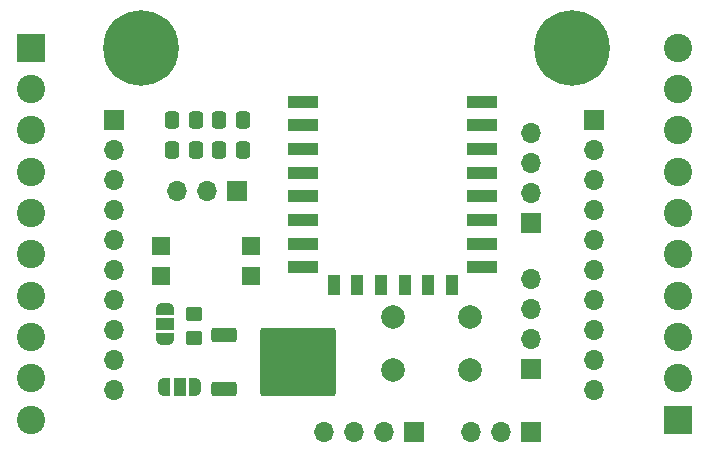
<source format=gbr>
%TF.GenerationSoftware,KiCad,Pcbnew,8.0.3*%
%TF.CreationDate,2024-08-02T22:41:38+02:00*%
%TF.ProjectId,IOT board sensor,494f5420-626f-4617-9264-2073656e736f,rev?*%
%TF.SameCoordinates,Original*%
%TF.FileFunction,Soldermask,Top*%
%TF.FilePolarity,Negative*%
%FSLAX46Y46*%
G04 Gerber Fmt 4.6, Leading zero omitted, Abs format (unit mm)*
G04 Created by KiCad (PCBNEW 8.0.3) date 2024-08-02 22:41:38*
%MOMM*%
%LPD*%
G01*
G04 APERTURE LIST*
G04 Aperture macros list*
%AMRoundRect*
0 Rectangle with rounded corners*
0 $1 Rounding radius*
0 $2 $3 $4 $5 $6 $7 $8 $9 X,Y pos of 4 corners*
0 Add a 4 corners polygon primitive as box body*
4,1,4,$2,$3,$4,$5,$6,$7,$8,$9,$2,$3,0*
0 Add four circle primitives for the rounded corners*
1,1,$1+$1,$2,$3*
1,1,$1+$1,$4,$5*
1,1,$1+$1,$6,$7*
1,1,$1+$1,$8,$9*
0 Add four rect primitives between the rounded corners*
20,1,$1+$1,$2,$3,$4,$5,0*
20,1,$1+$1,$4,$5,$6,$7,0*
20,1,$1+$1,$6,$7,$8,$9,0*
20,1,$1+$1,$8,$9,$2,$3,0*%
%AMFreePoly0*
4,1,19,0.550000,-0.750000,0.000000,-0.750000,0.000000,-0.744911,-0.071157,-0.744911,-0.207708,-0.704816,-0.327430,-0.627875,-0.420627,-0.520320,-0.479746,-0.390866,-0.500000,-0.250000,-0.500000,0.250000,-0.479746,0.390866,-0.420627,0.520320,-0.327430,0.627875,-0.207708,0.704816,-0.071157,0.744911,0.000000,0.744911,0.000000,0.750000,0.550000,0.750000,0.550000,-0.750000,0.550000,-0.750000,
$1*%
%AMFreePoly1*
4,1,19,0.000000,0.744911,0.071157,0.744911,0.207708,0.704816,0.327430,0.627875,0.420627,0.520320,0.479746,0.390866,0.500000,0.250000,0.500000,-0.250000,0.479746,-0.390866,0.420627,-0.520320,0.327430,-0.627875,0.207708,-0.704816,0.071157,-0.744911,0.000000,-0.744911,0.000000,-0.750000,-0.550000,-0.750000,-0.550000,0.750000,0.000000,0.750000,0.000000,0.744911,0.000000,0.744911,
$1*%
G04 Aperture macros list end*
%ADD10C,0.800000*%
%ADD11C,6.400000*%
%ADD12FreePoly0,270.000000*%
%ADD13R,1.500000X1.000000*%
%ADD14FreePoly1,270.000000*%
%ADD15R,1.700000X1.700000*%
%ADD16O,1.700000X1.700000*%
%ADD17R,2.400000X2.400000*%
%ADD18C,2.400000*%
%ADD19C,2.000000*%
%ADD20RoundRect,0.250000X-0.850000X-0.350000X0.850000X-0.350000X0.850000X0.350000X-0.850000X0.350000X0*%
%ADD21RoundRect,0.249997X-2.950003X-2.650003X2.950003X-2.650003X2.950003X2.650003X-2.950003X2.650003X0*%
%ADD22R,2.500000X1.000000*%
%ADD23R,1.000000X1.800000*%
%ADD24R,1.600000X1.600000*%
%ADD25RoundRect,0.250000X0.337500X0.475000X-0.337500X0.475000X-0.337500X-0.475000X0.337500X-0.475000X0*%
%ADD26RoundRect,0.250000X-0.337500X-0.475000X0.337500X-0.475000X0.337500X0.475000X-0.337500X0.475000X0*%
%ADD27FreePoly0,180.000000*%
%ADD28R,1.000000X1.500000*%
%ADD29FreePoly1,180.000000*%
%ADD30RoundRect,0.250000X-0.450000X0.350000X-0.450000X-0.350000X0.450000X-0.350000X0.450000X0.350000X0*%
G04 APERTURE END LIST*
D10*
%TO.C,REF\u002A\u002A*%
X142100000Y-76500000D03*
X142802944Y-74802944D03*
X142802944Y-78197056D03*
X144500000Y-74100000D03*
D11*
X144500000Y-76500000D03*
D10*
X144500000Y-78900000D03*
X146197056Y-74802944D03*
X146197056Y-78197056D03*
X146900000Y-76500000D03*
%TD*%
%TO.C,REF\u002A\u002A*%
X178600000Y-76500000D03*
X179302944Y-74802944D03*
X179302944Y-78197056D03*
X181000000Y-74100000D03*
D11*
X181000000Y-76500000D03*
D10*
X181000000Y-78900000D03*
X182697056Y-74802944D03*
X182697056Y-78197056D03*
X183400000Y-76500000D03*
%TD*%
D12*
%TO.C,JP5*%
X146558000Y-98552000D03*
D13*
X146558000Y-99852000D03*
D14*
X146558000Y-101152000D03*
%TD*%
D15*
%TO.C,J1*%
X142240000Y-82550000D03*
D16*
X142240000Y-85090000D03*
X142240000Y-87630000D03*
X142240000Y-90170000D03*
X142240000Y-92710000D03*
X142240000Y-95250000D03*
X142240000Y-97790000D03*
X142240000Y-100330000D03*
X142240000Y-102870000D03*
X142240000Y-105410000D03*
%TD*%
%TO.C,J3*%
X182880000Y-105410000D03*
X182880000Y-102870000D03*
X182880000Y-100330000D03*
X182880000Y-97790000D03*
X182880000Y-95250000D03*
X182880000Y-92710000D03*
X182880000Y-90170000D03*
X182880000Y-87630000D03*
X182880000Y-85090000D03*
D15*
X182880000Y-82550000D03*
%TD*%
D17*
%TO.C,J4*%
X189992000Y-107950000D03*
D18*
X189992000Y-104450000D03*
X189992000Y-100950000D03*
X189992000Y-97450000D03*
X189992000Y-93950000D03*
X189992000Y-90450000D03*
X189992000Y-86950000D03*
X189992000Y-83450000D03*
X189992000Y-79950000D03*
X189992000Y-76450000D03*
%TD*%
D17*
%TO.C,J2*%
X135229600Y-76450000D03*
D18*
X135229600Y-79950000D03*
X135229600Y-83450000D03*
X135229600Y-86950000D03*
X135229600Y-90450000D03*
X135229600Y-93950000D03*
X135229600Y-97450000D03*
X135229600Y-100950000D03*
X135229600Y-104450000D03*
X135229600Y-107950000D03*
%TD*%
D15*
%TO.C,J9*%
X167640000Y-109000000D03*
D16*
X165100000Y-109000000D03*
X162560000Y-109000000D03*
X160020000Y-109000000D03*
%TD*%
D19*
%TO.C,SW1*%
X172414000Y-103723000D03*
X165914000Y-103723000D03*
X172414000Y-99223000D03*
X165914000Y-99223000D03*
%TD*%
D20*
%TO.C,Q1*%
X151525000Y-100745000D03*
D21*
X157825000Y-103025000D03*
D20*
X151525000Y-105305000D03*
%TD*%
D16*
%TO.C,J8*%
X177546000Y-83655000D03*
X177546000Y-86195000D03*
X177546000Y-88735000D03*
D15*
X177546000Y-91275000D03*
%TD*%
%TO.C,J7*%
X177546000Y-109000000D03*
D16*
X175006000Y-109000000D03*
X172466000Y-109000000D03*
%TD*%
D22*
%TO.C,U2*%
X158250000Y-81030000D03*
X158250000Y-83030000D03*
X158250000Y-85030000D03*
X158250000Y-87030000D03*
X158250000Y-89030000D03*
X158250000Y-91030000D03*
X158250000Y-93030000D03*
X158250000Y-95030000D03*
D23*
X160850000Y-96530000D03*
X162850000Y-96530000D03*
X164850000Y-96530000D03*
X166850000Y-96530000D03*
X168850000Y-96530000D03*
X170850000Y-96530000D03*
D22*
X173450000Y-95030000D03*
X173450000Y-93030000D03*
X173450000Y-91030000D03*
X173450000Y-89030000D03*
X173450000Y-87030000D03*
X173450000Y-85030000D03*
X173450000Y-83030000D03*
X173450000Y-81030000D03*
%TD*%
D24*
%TO.C,U1*%
X153810000Y-95770000D03*
X153810000Y-93230000D03*
X146190000Y-93230000D03*
X146190000Y-95770000D03*
%TD*%
D25*
%TO.C,C3*%
X153205000Y-82590000D03*
X151130000Y-82590000D03*
%TD*%
D15*
%TO.C,J6*%
X152692500Y-88590000D03*
D16*
X150152500Y-88590000D03*
X147612500Y-88590000D03*
%TD*%
D25*
%TO.C,C4*%
X151130000Y-85090000D03*
X153205000Y-85090000D03*
%TD*%
D26*
%TO.C,C1*%
X147130000Y-85090000D03*
X149205000Y-85090000D03*
%TD*%
D15*
%TO.C,J5*%
X177546000Y-103632000D03*
D16*
X177546000Y-101092000D03*
X177546000Y-98552000D03*
X177546000Y-96012000D03*
%TD*%
D27*
%TO.C,JP4*%
X149098000Y-105156000D03*
D28*
X147798000Y-105156000D03*
D29*
X146498000Y-105156000D03*
%TD*%
D30*
%TO.C,R7*%
X149000000Y-99000000D03*
X149000000Y-101000000D03*
%TD*%
D26*
%TO.C,C2*%
X147130000Y-82590000D03*
X149205000Y-82590000D03*
%TD*%
M02*

</source>
